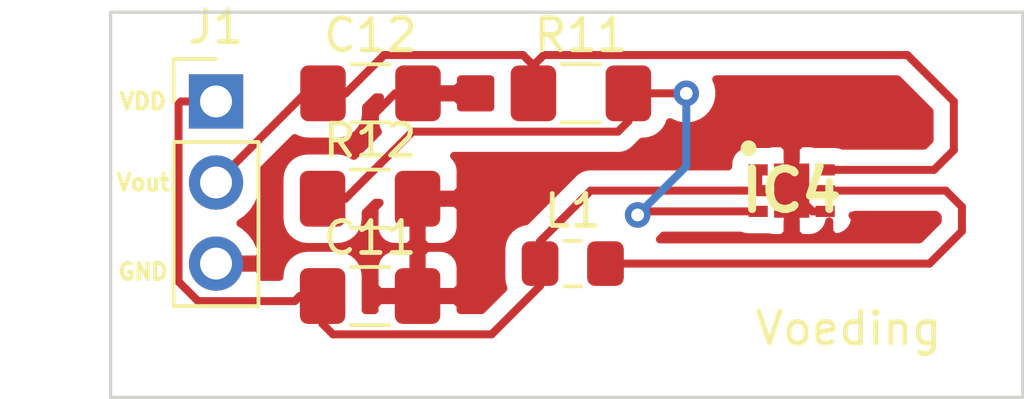
<source format=kicad_pcb>
(kicad_pcb (version 20171130) (host pcbnew "(5.1.5)-3")

  (general
    (thickness 1.6)
    (drawings 9)
    (tracks 52)
    (zones 0)
    (modules 7)
    (nets 6)
  )

  (page A4)
  (layers
    (0 F.Cu signal)
    (31 B.Cu signal)
    (32 B.Adhes user)
    (33 F.Adhes user)
    (34 B.Paste user)
    (35 F.Paste user)
    (36 B.SilkS user)
    (37 F.SilkS user)
    (38 B.Mask user)
    (39 F.Mask user)
    (40 Dwgs.User user)
    (41 Cmts.User user)
    (42 Eco1.User user)
    (43 Eco2.User user)
    (44 Edge.Cuts user)
    (45 Margin user)
    (46 B.CrtYd user)
    (47 F.CrtYd user)
    (48 B.Fab user)
    (49 F.Fab user)
  )

  (setup
    (last_trace_width 0.25)
    (trace_clearance 0.2)
    (zone_clearance 0.508)
    (zone_45_only no)
    (trace_min 0.2)
    (via_size 0.8)
    (via_drill 0.4)
    (via_min_size 0.4)
    (via_min_drill 0.3)
    (uvia_size 0.3)
    (uvia_drill 0.1)
    (uvias_allowed no)
    (uvia_min_size 0.2)
    (uvia_min_drill 0.1)
    (edge_width 0.1)
    (segment_width 0.2)
    (pcb_text_width 0.3)
    (pcb_text_size 1.5 1.5)
    (mod_edge_width 0.15)
    (mod_text_size 1 1)
    (mod_text_width 0.15)
    (pad_size 1.524 1.524)
    (pad_drill 0.762)
    (pad_to_mask_clearance 0)
    (aux_axis_origin 0 0)
    (visible_elements 7FFFFFFF)
    (pcbplotparams
      (layerselection 0x010fc_ffffffff)
      (usegerberextensions false)
      (usegerberattributes false)
      (usegerberadvancedattributes false)
      (creategerberjobfile false)
      (excludeedgelayer true)
      (linewidth 0.100000)
      (plotframeref false)
      (viasonmask false)
      (mode 1)
      (useauxorigin false)
      (hpglpennumber 1)
      (hpglpenspeed 20)
      (hpglpendiameter 15.000000)
      (psnegative false)
      (psa4output false)
      (plotreference true)
      (plotvalue true)
      (plotinvisibletext false)
      (padsonsilk false)
      (subtractmaskfromsilk false)
      (outputformat 1)
      (mirror false)
      (drillshape 0)
      (scaleselection 1)
      (outputdirectory ""))
  )

  (net 0 "")
  (net 1 "Net-(C11-Pad1)")
  (net 2 GND)
  (net 3 "Net-(C12-Pad1)")
  (net 4 "Net-(IC4-Pad3)")
  (net 5 "Net-(IC4-Pad5)")

  (net_class Default "Dit is de standaard class."
    (clearance 0.2)
    (trace_width 0.25)
    (via_dia 0.8)
    (via_drill 0.4)
    (uvia_dia 0.3)
    (uvia_drill 0.1)
    (add_net GND)
    (add_net "Net-(C11-Pad1)")
    (add_net "Net-(C12-Pad1)")
    (add_net "Net-(IC4-Pad3)")
    (add_net "Net-(IC4-Pad5)")
  )

  (module Capacitor_SMD:C_1206_3216Metric_Pad1.42x1.75mm_HandSolder (layer F.Cu) (tedit 5B301BBE) (tstamp 6034E30C)
    (at 74.168 57.15)
    (descr "Capacitor SMD 1206 (3216 Metric), square (rectangular) end terminal, IPC_7351 nominal with elongated pad for handsoldering. (Body size source: http://www.tortai-tech.com/upload/download/2011102023233369053.pdf), generated with kicad-footprint-generator")
    (tags "capacitor handsolder")
    (path /6032C4A6)
    (attr smd)
    (fp_text reference C11 (at 0 -1.82) (layer F.SilkS)
      (effects (font (size 1 1) (thickness 0.15)))
    )
    (fp_text value 10µF (at 0 1.82) (layer F.Fab)
      (effects (font (size 1 1) (thickness 0.15)))
    )
    (fp_line (start -1.6 0.8) (end -1.6 -0.8) (layer F.Fab) (width 0.1))
    (fp_line (start -1.6 -0.8) (end 1.6 -0.8) (layer F.Fab) (width 0.1))
    (fp_line (start 1.6 -0.8) (end 1.6 0.8) (layer F.Fab) (width 0.1))
    (fp_line (start 1.6 0.8) (end -1.6 0.8) (layer F.Fab) (width 0.1))
    (fp_line (start -0.602064 -0.91) (end 0.602064 -0.91) (layer F.SilkS) (width 0.12))
    (fp_line (start -0.602064 0.91) (end 0.602064 0.91) (layer F.SilkS) (width 0.12))
    (fp_line (start -2.45 1.12) (end -2.45 -1.12) (layer F.CrtYd) (width 0.05))
    (fp_line (start -2.45 -1.12) (end 2.45 -1.12) (layer F.CrtYd) (width 0.05))
    (fp_line (start 2.45 -1.12) (end 2.45 1.12) (layer F.CrtYd) (width 0.05))
    (fp_line (start 2.45 1.12) (end -2.45 1.12) (layer F.CrtYd) (width 0.05))
    (fp_text user %R (at 0 0) (layer F.Fab)
      (effects (font (size 0.8 0.8) (thickness 0.12)))
    )
    (pad 1 smd roundrect (at -1.4875 0) (size 1.425 1.75) (layers F.Cu F.Paste F.Mask) (roundrect_rratio 0.175439)
      (net 1 "Net-(C11-Pad1)"))
    (pad 2 smd roundrect (at 1.4875 0) (size 1.425 1.75) (layers F.Cu F.Paste F.Mask) (roundrect_rratio 0.175439)
      (net 2 GND))
    (model ${KISYS3DMOD}/Capacitor_SMD.3dshapes/C_1206_3216Metric.wrl
      (at (xyz 0 0 0))
      (scale (xyz 1 1 1))
      (rotate (xyz 0 0 0))
    )
  )

  (module Capacitor_SMD:C_1206_3216Metric_Pad1.42x1.75mm_HandSolder (layer F.Cu) (tedit 5B301BBE) (tstamp 6034E31D)
    (at 74.181001 50.8)
    (descr "Capacitor SMD 1206 (3216 Metric), square (rectangular) end terminal, IPC_7351 nominal with elongated pad for handsoldering. (Body size source: http://www.tortai-tech.com/upload/download/2011102023233369053.pdf), generated with kicad-footprint-generator")
    (tags "capacitor handsolder")
    (path /603339E9)
    (attr smd)
    (fp_text reference C12 (at 0 -1.82) (layer F.SilkS)
      (effects (font (size 1 1) (thickness 0.15)))
    )
    (fp_text value 10µF (at 0 1.82) (layer F.Fab)
      (effects (font (size 1 1) (thickness 0.15)))
    )
    (fp_text user %R (at 0 0) (layer F.Fab)
      (effects (font (size 0.8 0.8) (thickness 0.12)))
    )
    (fp_line (start 2.45 1.12) (end -2.45 1.12) (layer F.CrtYd) (width 0.05))
    (fp_line (start 2.45 -1.12) (end 2.45 1.12) (layer F.CrtYd) (width 0.05))
    (fp_line (start -2.45 -1.12) (end 2.45 -1.12) (layer F.CrtYd) (width 0.05))
    (fp_line (start -2.45 1.12) (end -2.45 -1.12) (layer F.CrtYd) (width 0.05))
    (fp_line (start -0.602064 0.91) (end 0.602064 0.91) (layer F.SilkS) (width 0.12))
    (fp_line (start -0.602064 -0.91) (end 0.602064 -0.91) (layer F.SilkS) (width 0.12))
    (fp_line (start 1.6 0.8) (end -1.6 0.8) (layer F.Fab) (width 0.1))
    (fp_line (start 1.6 -0.8) (end 1.6 0.8) (layer F.Fab) (width 0.1))
    (fp_line (start -1.6 -0.8) (end 1.6 -0.8) (layer F.Fab) (width 0.1))
    (fp_line (start -1.6 0.8) (end -1.6 -0.8) (layer F.Fab) (width 0.1))
    (pad 2 smd roundrect (at 1.4875 0) (size 1.425 1.75) (layers F.Cu F.Paste F.Mask) (roundrect_rratio 0.175439)
      (net 2 GND))
    (pad 1 smd roundrect (at -1.4875 0) (size 1.425 1.75) (layers F.Cu F.Paste F.Mask) (roundrect_rratio 0.175439)
      (net 3 "Net-(C12-Pad1)"))
    (model ${KISYS3DMOD}/Capacitor_SMD.3dshapes/C_1206_3216Metric.wrl
      (at (xyz 0 0 0))
      (scale (xyz 1 1 1))
      (rotate (xyz 0 0 0))
    )
  )

  (module schakelende_voeding_1_7A:SON65P200X200X65-7N-D (layer F.Cu) (tedit 0) (tstamp 6034E333)
    (at 87.376 53.848)
    (descr ADP7142ACPZN-R7)
    (tags "Integrated Circuit")
    (path /6032B898)
    (attr smd)
    (fp_text reference IC4 (at 0 0) (layer F.SilkS)
      (effects (font (size 1.27 1.27) (thickness 0.254)))
    )
    (fp_text value ADP1607ACPZN001-R7 (at 0 0) (layer F.SilkS) hide
      (effects (font (size 1.27 1.27) (thickness 0.254)))
    )
    (fp_text user %R (at 0 0) (layer F.Fab)
      (effects (font (size 1.27 1.27) (thickness 0.254)))
    )
    (fp_line (start -1.6 -1.3) (end 1.6 -1.3) (layer F.CrtYd) (width 0.05))
    (fp_line (start 1.6 -1.3) (end 1.6 1.3) (layer F.CrtYd) (width 0.05))
    (fp_line (start 1.6 1.3) (end -1.6 1.3) (layer F.CrtYd) (width 0.05))
    (fp_line (start -1.6 1.3) (end -1.6 -1.3) (layer F.CrtYd) (width 0.05))
    (fp_line (start -1 -1) (end 1 -1) (layer F.Fab) (width 0.1))
    (fp_line (start 1 -1) (end 1 1) (layer F.Fab) (width 0.1))
    (fp_line (start 1 1) (end -1 1) (layer F.Fab) (width 0.1))
    (fp_line (start -1 1) (end -1 -1) (layer F.Fab) (width 0.1))
    (fp_line (start -1 -0.5) (end -0.5 -1) (layer F.Fab) (width 0.1))
    (fp_circle (center -1.35 -1.325) (end -1.35 -1.2) (layer F.SilkS) (width 0.25))
    (pad 1 smd rect (at -1.05 -0.65 90) (size 0.35 0.6) (layers F.Cu F.Paste F.Mask)
      (net 1 "Net-(C11-Pad1)"))
    (pad 2 smd rect (at -1.05 0 90) (size 0.35 0.6) (layers F.Cu F.Paste F.Mask)
      (net 1 "Net-(C11-Pad1)"))
    (pad 3 smd rect (at -1.05 0.65 90) (size 0.35 0.6) (layers F.Cu F.Paste F.Mask)
      (net 4 "Net-(IC4-Pad3)"))
    (pad 4 smd rect (at 1.05 0.65 90) (size 0.35 0.6) (layers F.Cu F.Paste F.Mask)
      (net 2 GND))
    (pad 5 smd rect (at 1.05 0 90) (size 0.35 0.6) (layers F.Cu F.Paste F.Mask)
      (net 5 "Net-(IC4-Pad5)"))
    (pad 6 smd rect (at 1.05 -0.65 90) (size 0.35 0.6) (layers F.Cu F.Paste F.Mask)
      (net 3 "Net-(C12-Pad1)"))
    (pad 7 smd rect (at 0 0) (size 1.1 1.7) (layers F.Cu F.Paste F.Mask)
      (net 2 GND))
    (model "D:\\Kicad oefeningen\\eerste test\\library\\schakelende voeding 1.7A\\SamacSys_Parts.3dshapes\\ADP1607ACPZN001-R7.stp"
      (at (xyz 0 0 0))
      (scale (xyz 1 1 1))
      (rotate (xyz 0 0 0))
    )
  )

  (module Inductor_SMD:L_0805_2012Metric_Pad1.15x1.40mm_HandSolder (layer F.Cu) (tedit 5B36C52B) (tstamp 6034E35A)
    (at 80.518 56.134)
    (descr "Capacitor SMD 0805 (2012 Metric), square (rectangular) end terminal, IPC_7351 nominal with elongated pad for handsoldering. (Body size source: https://docs.google.com/spreadsheets/d/1BsfQQcO9C6DZCsRaXUlFlo91Tg2WpOkGARC1WS5S8t0/edit?usp=sharing), generated with kicad-footprint-generator")
    (tags "inductor handsolder")
    (path /60343773)
    (attr smd)
    (fp_text reference L1 (at 0 -1.65) (layer F.SilkS)
      (effects (font (size 1 1) (thickness 0.15)))
    )
    (fp_text value 2.2µH (at 0 1.65) (layer F.Fab)
      (effects (font (size 1 1) (thickness 0.15)))
    )
    (fp_line (start -1 0.6) (end -1 -0.6) (layer F.Fab) (width 0.1))
    (fp_line (start -1 -0.6) (end 1 -0.6) (layer F.Fab) (width 0.1))
    (fp_line (start 1 -0.6) (end 1 0.6) (layer F.Fab) (width 0.1))
    (fp_line (start 1 0.6) (end -1 0.6) (layer F.Fab) (width 0.1))
    (fp_line (start -0.261252 -0.71) (end 0.261252 -0.71) (layer F.SilkS) (width 0.12))
    (fp_line (start -0.261252 0.71) (end 0.261252 0.71) (layer F.SilkS) (width 0.12))
    (fp_line (start -1.85 0.95) (end -1.85 -0.95) (layer F.CrtYd) (width 0.05))
    (fp_line (start -1.85 -0.95) (end 1.85 -0.95) (layer F.CrtYd) (width 0.05))
    (fp_line (start 1.85 -0.95) (end 1.85 0.95) (layer F.CrtYd) (width 0.05))
    (fp_line (start 1.85 0.95) (end -1.85 0.95) (layer F.CrtYd) (width 0.05))
    (fp_text user %R (at 0 0) (layer F.Fab)
      (effects (font (size 0.5 0.5) (thickness 0.08)))
    )
    (pad 1 smd roundrect (at -1.025 0) (size 1.15 1.4) (layers F.Cu F.Paste F.Mask) (roundrect_rratio 0.217391)
      (net 1 "Net-(C11-Pad1)"))
    (pad 2 smd roundrect (at 1.025 0) (size 1.15 1.4) (layers F.Cu F.Paste F.Mask) (roundrect_rratio 0.217391)
      (net 5 "Net-(IC4-Pad5)"))
    (model ${KISYS3DMOD}/Inductor_SMD.3dshapes/L_0805_2012Metric.wrl
      (at (xyz 0 0 0))
      (scale (xyz 1 1 1))
      (rotate (xyz 0 0 0))
    )
  )

  (module Resistor_SMD:R_1206_3216Metric_Pad1.42x1.75mm_HandSolder (layer F.Cu) (tedit 5B301BBD) (tstamp 6034E36B)
    (at 80.772 50.8)
    (descr "Resistor SMD 1206 (3216 Metric), square (rectangular) end terminal, IPC_7351 nominal with elongated pad for handsoldering. (Body size source: http://www.tortai-tech.com/upload/download/2011102023233369053.pdf), generated with kicad-footprint-generator")
    (tags "resistor handsolder")
    (path /60338A59)
    (attr smd)
    (fp_text reference R11 (at 0 -1.82) (layer F.SilkS)
      (effects (font (size 1 1) (thickness 0.15)))
    )
    (fp_text value 27000 (at 0 1.82) (layer F.Fab)
      (effects (font (size 1 1) (thickness 0.15)))
    )
    (fp_line (start -1.6 0.8) (end -1.6 -0.8) (layer F.Fab) (width 0.1))
    (fp_line (start -1.6 -0.8) (end 1.6 -0.8) (layer F.Fab) (width 0.1))
    (fp_line (start 1.6 -0.8) (end 1.6 0.8) (layer F.Fab) (width 0.1))
    (fp_line (start 1.6 0.8) (end -1.6 0.8) (layer F.Fab) (width 0.1))
    (fp_line (start -0.602064 -0.91) (end 0.602064 -0.91) (layer F.SilkS) (width 0.12))
    (fp_line (start -0.602064 0.91) (end 0.602064 0.91) (layer F.SilkS) (width 0.12))
    (fp_line (start -2.45 1.12) (end -2.45 -1.12) (layer F.CrtYd) (width 0.05))
    (fp_line (start -2.45 -1.12) (end 2.45 -1.12) (layer F.CrtYd) (width 0.05))
    (fp_line (start 2.45 -1.12) (end 2.45 1.12) (layer F.CrtYd) (width 0.05))
    (fp_line (start 2.45 1.12) (end -2.45 1.12) (layer F.CrtYd) (width 0.05))
    (fp_text user %R (at 0 0) (layer F.Fab)
      (effects (font (size 0.8 0.8) (thickness 0.12)))
    )
    (pad 1 smd roundrect (at -1.4875 0) (size 1.425 1.75) (layers F.Cu F.Paste F.Mask) (roundrect_rratio 0.175439)
      (net 3 "Net-(C12-Pad1)"))
    (pad 2 smd roundrect (at 1.4875 0) (size 1.425 1.75) (layers F.Cu F.Paste F.Mask) (roundrect_rratio 0.175439)
      (net 4 "Net-(IC4-Pad3)"))
    (model ${KISYS3DMOD}/Resistor_SMD.3dshapes/R_1206_3216Metric.wrl
      (at (xyz 0 0 0))
      (scale (xyz 1 1 1))
      (rotate (xyz 0 0 0))
    )
  )

  (module Resistor_SMD:R_1206_3216Metric_Pad1.42x1.75mm_HandSolder (layer F.Cu) (tedit 5B301BBD) (tstamp 6034E37C)
    (at 74.168 54.102)
    (descr "Resistor SMD 1206 (3216 Metric), square (rectangular) end terminal, IPC_7351 nominal with elongated pad for handsoldering. (Body size source: http://www.tortai-tech.com/upload/download/2011102023233369053.pdf), generated with kicad-footprint-generator")
    (tags "resistor handsolder")
    (path /60339AAD)
    (attr smd)
    (fp_text reference R12 (at 0 -1.82) (layer F.SilkS)
      (effects (font (size 1 1) (thickness 0.15)))
    )
    (fp_text value 18000 (at 0 1.82) (layer F.Fab)
      (effects (font (size 1 1) (thickness 0.15)))
    )
    (fp_text user %R (at 0 0) (layer F.Fab)
      (effects (font (size 0.8 0.8) (thickness 0.12)))
    )
    (fp_line (start 2.45 1.12) (end -2.45 1.12) (layer F.CrtYd) (width 0.05))
    (fp_line (start 2.45 -1.12) (end 2.45 1.12) (layer F.CrtYd) (width 0.05))
    (fp_line (start -2.45 -1.12) (end 2.45 -1.12) (layer F.CrtYd) (width 0.05))
    (fp_line (start -2.45 1.12) (end -2.45 -1.12) (layer F.CrtYd) (width 0.05))
    (fp_line (start -0.602064 0.91) (end 0.602064 0.91) (layer F.SilkS) (width 0.12))
    (fp_line (start -0.602064 -0.91) (end 0.602064 -0.91) (layer F.SilkS) (width 0.12))
    (fp_line (start 1.6 0.8) (end -1.6 0.8) (layer F.Fab) (width 0.1))
    (fp_line (start 1.6 -0.8) (end 1.6 0.8) (layer F.Fab) (width 0.1))
    (fp_line (start -1.6 -0.8) (end 1.6 -0.8) (layer F.Fab) (width 0.1))
    (fp_line (start -1.6 0.8) (end -1.6 -0.8) (layer F.Fab) (width 0.1))
    (pad 2 smd roundrect (at 1.4875 0) (size 1.425 1.75) (layers F.Cu F.Paste F.Mask) (roundrect_rratio 0.175439)
      (net 2 GND))
    (pad 1 smd roundrect (at -1.4875 0) (size 1.425 1.75) (layers F.Cu F.Paste F.Mask) (roundrect_rratio 0.175439)
      (net 4 "Net-(IC4-Pad3)"))
    (model ${KISYS3DMOD}/Resistor_SMD.3dshapes/R_1206_3216Metric.wrl
      (at (xyz 0 0 0))
      (scale (xyz 1 1 1))
      (rotate (xyz 0 0 0))
    )
  )

  (module Connector_PinHeader_2.54mm:PinHeader_1x03_P2.54mm_Vertical (layer F.Cu) (tedit 59FED5CC) (tstamp 60365ACA)
    (at 69.342 51.054)
    (descr "Through hole straight pin header, 1x03, 2.54mm pitch, single row")
    (tags "Through hole pin header THT 1x03 2.54mm single row")
    (path /60366A0C)
    (fp_text reference J1 (at 0 -2.33) (layer F.SilkS)
      (effects (font (size 1 1) (thickness 0.15)))
    )
    (fp_text value Conn_01x03_Male (at 0 7.41) (layer F.Fab)
      (effects (font (size 1 1) (thickness 0.15)))
    )
    (fp_line (start -0.635 -1.27) (end 1.27 -1.27) (layer F.Fab) (width 0.1))
    (fp_line (start 1.27 -1.27) (end 1.27 6.35) (layer F.Fab) (width 0.1))
    (fp_line (start 1.27 6.35) (end -1.27 6.35) (layer F.Fab) (width 0.1))
    (fp_line (start -1.27 6.35) (end -1.27 -0.635) (layer F.Fab) (width 0.1))
    (fp_line (start -1.27 -0.635) (end -0.635 -1.27) (layer F.Fab) (width 0.1))
    (fp_line (start -1.33 6.41) (end 1.33 6.41) (layer F.SilkS) (width 0.12))
    (fp_line (start -1.33 1.27) (end -1.33 6.41) (layer F.SilkS) (width 0.12))
    (fp_line (start 1.33 1.27) (end 1.33 6.41) (layer F.SilkS) (width 0.12))
    (fp_line (start -1.33 1.27) (end 1.33 1.27) (layer F.SilkS) (width 0.12))
    (fp_line (start -1.33 0) (end -1.33 -1.33) (layer F.SilkS) (width 0.12))
    (fp_line (start -1.33 -1.33) (end 0 -1.33) (layer F.SilkS) (width 0.12))
    (fp_line (start -1.8 -1.8) (end -1.8 6.85) (layer F.CrtYd) (width 0.05))
    (fp_line (start -1.8 6.85) (end 1.8 6.85) (layer F.CrtYd) (width 0.05))
    (fp_line (start 1.8 6.85) (end 1.8 -1.8) (layer F.CrtYd) (width 0.05))
    (fp_line (start 1.8 -1.8) (end -1.8 -1.8) (layer F.CrtYd) (width 0.05))
    (fp_text user %R (at 0 2.54 90) (layer F.Fab)
      (effects (font (size 1 1) (thickness 0.15)))
    )
    (pad 1 thru_hole rect (at 0 0) (size 1.7 1.7) (drill 1) (layers *.Cu *.Mask)
      (net 1 "Net-(C11-Pad1)"))
    (pad 2 thru_hole oval (at 0 2.54) (size 1.7 1.7) (drill 1) (layers *.Cu *.Mask)
      (net 3 "Net-(C12-Pad1)"))
    (pad 3 thru_hole oval (at 0 5.08) (size 1.7 1.7) (drill 1) (layers *.Cu *.Mask)
      (net 2 GND))
    (model ${KISYS3DMOD}/Connector_PinHeader_2.54mm.3dshapes/PinHeader_1x03_P2.54mm_Vertical.wrl
      (at (xyz 0 0 0))
      (scale (xyz 1 1 1))
      (rotate (xyz 0 0 0))
    )
  )

  (gr_text Voeding (at 89.154 58.166) (layer F.SilkS)
    (effects (font (size 1 1) (thickness 0.15)))
  )
  (gr_text Vout (at 67.056 53.594) (layer F.SilkS)
    (effects (font (size 0.5 0.5) (thickness 0.125)))
  )
  (gr_text VDD (at 67.056 51.054) (layer F.SilkS)
    (effects (font (size 0.5 0.5) (thickness 0.125)))
  )
  (gr_text GND (at 67.056 56.388) (layer F.SilkS)
    (effects (font (size 0.5 0.5) (thickness 0.125)))
  )
  (gr_line (start 66.04 60.325) (end 66.04 48.26) (layer Edge.Cuts) (width 0.1) (tstamp 6034E624))
  (gr_line (start 94.615 60.325) (end 66.04 60.325) (layer Edge.Cuts) (width 0.1))
  (gr_line (start 94.615 58.42) (end 94.615 60.325) (layer Edge.Cuts) (width 0.1))
  (gr_line (start 94.615 48.26) (end 94.615 58.42) (layer Edge.Cuts) (width 0.1))
  (gr_line (start 66.04 48.26) (end 94.615 48.26) (layer Edge.Cuts) (width 0.1))

  (segment (start 72.6805 58.025) (end 72.6805 57.15) (width 0.25) (layer F.Cu) (net 1))
  (segment (start 77.97699 58.35001) (end 73.00551 58.35001) (width 0.25) (layer F.Cu) (net 1))
  (segment (start 79.493 56.834) (end 77.97699 58.35001) (width 0.25) (layer F.Cu) (net 1))
  (segment (start 73.00551 58.35001) (end 72.6805 58.025) (width 0.25) (layer F.Cu) (net 1))
  (segment (start 79.493 56.134) (end 79.493 56.834) (width 0.25) (layer F.Cu) (net 1))
  (segment (start 86.326 53.198) (end 86.326 53.848) (width 0.25) (layer F.Cu) (net 1))
  (segment (start 81.079 53.848) (end 85.776 53.848) (width 0.25) (layer F.Cu) (net 1))
  (segment (start 79.493 55.434) (end 81.079 53.848) (width 0.25) (layer F.Cu) (net 1))
  (segment (start 85.776 53.848) (end 86.326 53.848) (width 0.25) (layer F.Cu) (net 1))
  (segment (start 79.493 56.134) (end 79.493 55.434) (width 0.25) (layer F.Cu) (net 1))
  (segment (start 71.968 57.15) (end 72.6805 57.15) (width 0.25) (layer F.Cu) (net 1))
  (segment (start 71.808999 57.309001) (end 71.968 57.15) (width 0.25) (layer F.Cu) (net 1))
  (segment (start 68.777999 57.309001) (end 71.808999 57.309001) (width 0.25) (layer F.Cu) (net 1))
  (segment (start 68.166999 51.129001) (end 68.166999 56.698001) (width 0.25) (layer F.Cu) (net 1))
  (segment (start 68.242 51.054) (end 68.166999 51.129001) (width 0.25) (layer F.Cu) (net 1))
  (segment (start 68.166999 56.698001) (end 68.777999 57.309001) (width 0.25) (layer F.Cu) (net 1))
  (segment (start 69.342 51.054) (end 68.242 51.054) (width 0.25) (layer F.Cu) (net 1))
  (segment (start 88.026 54.498) (end 87.376 53.848) (width 0.25) (layer F.Cu) (net 2))
  (segment (start 88.426 54.498) (end 88.026 54.498) (width 0.25) (layer F.Cu) (net 2))
  (segment (start 74.956001 50.8) (end 74.168 51.588001) (width 0.25) (layer F.Cu) (net 2))
  (segment (start 75.668501 50.8) (end 74.956001 50.8) (width 0.25) (layer F.Cu) (net 2))
  (segment (start 72.484002 50.8) (end 72.693501 50.8) (width 0.25) (layer F.Cu) (net 3))
  (segment (start 78.95949 49.59999) (end 79.2845 49.925) (width 0.25) (layer F.Cu) (net 3))
  (segment (start 74.606011 49.59999) (end 78.95949 49.59999) (width 0.25) (layer F.Cu) (net 3))
  (segment (start 73.406001 50.8) (end 74.606011 49.59999) (width 0.25) (layer F.Cu) (net 3))
  (segment (start 72.693501 50.8) (end 73.406001 50.8) (width 0.25) (layer F.Cu) (net 3))
  (segment (start 79.2845 49.925) (end 79.2845 50.8) (width 0.25) (layer F.Cu) (net 3))
  (segment (start 79.60951 49.59999) (end 79.2845 49.925) (width 0.25) (layer F.Cu) (net 3))
  (segment (start 91.836 53.198) (end 92.456 52.578) (width 0.25) (layer F.Cu) (net 3))
  (segment (start 92.456 51.054) (end 91.00199 49.59999) (width 0.25) (layer F.Cu) (net 3))
  (segment (start 88.426 53.198) (end 91.836 53.198) (width 0.25) (layer F.Cu) (net 3))
  (segment (start 92.456 52.578) (end 92.456 51.054) (width 0.25) (layer F.Cu) (net 3))
  (segment (start 91.00199 49.59999) (end 79.60951 49.59999) (width 0.25) (layer F.Cu) (net 3))
  (segment (start 72.136 50.8) (end 72.693501 50.8) (width 0.25) (layer F.Cu) (net 3))
  (segment (start 69.342 53.594) (end 72.136 50.8) (width 0.25) (layer F.Cu) (net 3))
  (via (at 82.55 54.61) (size 0.8) (drill 0.4) (layers F.Cu B.Cu) (net 4))
  (via (at 84.074 50.8) (size 0.8) (drill 0.4) (layers F.Cu B.Cu) (net 4))
  (segment (start 82.2595 51.675) (end 82.2595 50.8) (width 0.25) (layer F.Cu) (net 4))
  (segment (start 81.93449 52.00001) (end 82.2595 51.675) (width 0.25) (layer F.Cu) (net 4))
  (segment (start 75.49499 52.00001) (end 81.93449 52.00001) (width 0.25) (layer F.Cu) (net 4))
  (segment (start 73.393 54.102) (end 75.49499 52.00001) (width 0.25) (layer F.Cu) (net 4))
  (segment (start 72.6805 54.102) (end 73.393 54.102) (width 0.25) (layer F.Cu) (net 4))
  (segment (start 84.074 53.086) (end 82.55 54.61) (width 0.25) (layer B.Cu) (net 4))
  (segment (start 84.074 50.8) (end 84.074 53.086) (width 0.25) (layer B.Cu) (net 4))
  (segment (start 84.074 50.8) (end 82.2595 50.8) (width 0.25) (layer F.Cu) (net 4))
  (segment (start 82.662 54.498) (end 82.55 54.61) (width 0.25) (layer F.Cu) (net 4))
  (segment (start 86.326 54.498) (end 82.662 54.498) (width 0.25) (layer F.Cu) (net 4))
  (segment (start 92.71 55.118) (end 91.694 56.134) (width 0.25) (layer F.Cu) (net 5))
  (segment (start 91.694 56.134) (end 81.543 56.134) (width 0.25) (layer F.Cu) (net 5))
  (segment (start 92.71 54.356) (end 92.71 55.118) (width 0.25) (layer F.Cu) (net 5))
  (segment (start 88.426 53.848) (end 92.202 53.848) (width 0.25) (layer F.Cu) (net 5))
  (segment (start 92.202 53.848) (end 92.71 54.356) (width 0.25) (layer F.Cu) (net 5))

  (zone (net 2) (net_name GND) (layer F.Cu) (tstamp 60365BEE) (hatch edge 0.508)
    (connect_pads (clearance 0.508))
    (min_thickness 0.254)
    (fill yes (arc_segments 32) (thermal_gap 0.508) (thermal_bridge_width 0.508))
    (polygon
      (pts
        (xy 93.98 59.69) (xy 66.675 59.69) (xy 66.675 48.895) (xy 93.98 48.895)
      )
    )
    (filled_polygon
      (pts
        (xy 91.696001 51.368803) (xy 91.696 52.263198) (xy 91.521198 52.438) (xy 88.978603 52.438) (xy 88.97018 52.433498)
        (xy 88.850482 52.397188) (xy 88.726 52.384928) (xy 88.126 52.384928) (xy 88.100696 52.38742) (xy 88.050482 52.372188)
        (xy 87.926 52.359928) (xy 87.66175 52.363) (xy 87.503 52.52175) (xy 87.503 52.889248) (xy 87.500188 52.898518)
        (xy 87.487928 53.023) (xy 87.487928 53.373) (xy 87.500188 53.497482) (xy 87.503 53.506752) (xy 87.503 53.539248)
        (xy 87.500188 53.548518) (xy 87.487928 53.673) (xy 87.487928 54.023) (xy 87.500188 54.147482) (xy 87.503 54.156752)
        (xy 87.503 54.187606) (xy 87.491 54.29125) (xy 87.503 54.30325) (xy 87.503 54.69275) (xy 87.491 54.70475)
        (xy 87.503 54.808394) (xy 87.503 55.17425) (xy 87.66175 55.333) (xy 87.926 55.336072) (xy 88.050482 55.323812)
        (xy 88.107983 55.306369) (xy 88.14025 55.308) (xy 88.156641 55.291609) (xy 88.17018 55.287502) (xy 88.280494 55.228537)
        (xy 88.377185 55.149185) (xy 88.456537 55.052494) (xy 88.515502 54.94218) (xy 88.551812 54.822482) (xy 88.553 54.81042)
        (xy 88.553 55.14925) (xy 88.71175 55.308) (xy 88.834357 55.301804) (xy 88.954949 55.268582) (xy 89.066742 55.212473)
        (xy 89.165441 55.135631) (xy 89.247252 55.041012) (xy 89.309032 54.932249) (xy 89.348406 54.813524) (xy 89.361 54.70475)
        (xy 89.281252 54.625002) (xy 89.361 54.625002) (xy 89.361 54.608) (xy 91.887199 54.608) (xy 91.95 54.670802)
        (xy 91.95 54.803198) (xy 91.379199 55.374) (xy 83.249711 55.374) (xy 83.353937 55.269774) (xy 83.361804 55.258)
        (xy 85.773397 55.258) (xy 85.78182 55.262502) (xy 85.901518 55.298812) (xy 86.026 55.311072) (xy 86.626 55.311072)
        (xy 86.651304 55.30858) (xy 86.701518 55.323812) (xy 86.826 55.336072) (xy 87.09025 55.333) (xy 87.249 55.17425)
        (xy 87.249 54.806752) (xy 87.251812 54.797482) (xy 87.264072 54.673) (xy 87.264072 54.323) (xy 87.251812 54.198518)
        (xy 87.249 54.189248) (xy 87.249 54.156752) (xy 87.251812 54.147482) (xy 87.264072 54.023) (xy 87.264072 53.673)
        (xy 87.251812 53.548518) (xy 87.249 53.539248) (xy 87.249 53.506752) (xy 87.251812 53.497482) (xy 87.264072 53.373)
        (xy 87.264072 53.023) (xy 87.251812 52.898518) (xy 87.249 52.889248) (xy 87.249 52.52175) (xy 87.09025 52.363)
        (xy 86.826 52.359928) (xy 86.701518 52.372188) (xy 86.651304 52.38742) (xy 86.626 52.384928) (xy 86.026 52.384928)
        (xy 85.901518 52.397188) (xy 85.78182 52.433498) (xy 85.671506 52.492463) (xy 85.574815 52.571815) (xy 85.495463 52.668506)
        (xy 85.436498 52.77882) (xy 85.400188 52.898518) (xy 85.387928 53.023) (xy 85.387928 53.088) (xy 81.116325 53.088)
        (xy 81.079 53.084324) (xy 81.041675 53.088) (xy 81.041667 53.088) (xy 80.930014 53.098997) (xy 80.786753 53.142454)
        (xy 80.654724 53.213026) (xy 80.538999 53.307999) (xy 80.515201 53.336997) (xy 79.044064 54.808134) (xy 78.994745 54.812992)
        (xy 78.828149 54.863528) (xy 78.674613 54.945595) (xy 78.540038 55.056038) (xy 78.429595 55.190613) (xy 78.347528 55.344149)
        (xy 78.296992 55.510745) (xy 78.279928 55.683999) (xy 78.279928 56.584001) (xy 78.296992 56.757255) (xy 78.343064 56.909135)
        (xy 77.662189 57.59001) (xy 77.003804 57.59001) (xy 77.003 57.43575) (xy 76.84425 57.277) (xy 75.7825 57.277)
        (xy 75.7825 57.297) (xy 75.5285 57.297) (xy 75.5285 57.277) (xy 74.46675 57.277) (xy 74.308 57.43575)
        (xy 74.307196 57.59001) (xy 74.031072 57.59001) (xy 74.031072 56.525) (xy 74.014008 56.351746) (xy 73.990728 56.275)
        (xy 74.304928 56.275) (xy 74.308 56.86425) (xy 74.46675 57.023) (xy 75.5285 57.023) (xy 75.5285 55.79875)
        (xy 75.7825 55.79875) (xy 75.7825 57.023) (xy 76.84425 57.023) (xy 77.003 56.86425) (xy 77.006072 56.275)
        (xy 76.993812 56.150518) (xy 76.957502 56.03082) (xy 76.898537 55.920506) (xy 76.819185 55.823815) (xy 76.722494 55.744463)
        (xy 76.61218 55.685498) (xy 76.492482 55.649188) (xy 76.368 55.636928) (xy 75.94125 55.64) (xy 75.7825 55.79875)
        (xy 75.5285 55.79875) (xy 75.36975 55.64) (xy 74.943 55.636928) (xy 74.818518 55.649188) (xy 74.69882 55.685498)
        (xy 74.588506 55.744463) (xy 74.491815 55.823815) (xy 74.412463 55.920506) (xy 74.353498 56.03082) (xy 74.317188 56.150518)
        (xy 74.304928 56.275) (xy 73.990728 56.275) (xy 73.963472 56.18515) (xy 73.881405 56.031614) (xy 73.770962 55.897038)
        (xy 73.636386 55.786595) (xy 73.48285 55.704528) (xy 73.316254 55.653992) (xy 73.143 55.636928) (xy 72.218 55.636928)
        (xy 72.044746 55.653992) (xy 71.87815 55.704528) (xy 71.724614 55.786595) (xy 71.590038 55.897038) (xy 71.479595 56.031614)
        (xy 71.397528 56.18515) (xy 71.346992 56.351746) (xy 71.329928 56.525) (xy 71.329928 56.549001) (xy 70.76585 56.549001)
        (xy 70.783476 56.49089) (xy 70.662155 56.261) (xy 69.469 56.261) (xy 69.469 56.281) (xy 69.215 56.281)
        (xy 69.215 56.261) (xy 69.195 56.261) (xy 69.195 56.007) (xy 69.215 56.007) (xy 69.215 55.987)
        (xy 69.469 55.987) (xy 69.469 56.007) (xy 70.662155 56.007) (xy 70.783476 55.77711) (xy 70.738825 55.629901)
        (xy 70.613641 55.36708) (xy 70.439588 55.133731) (xy 70.223355 54.938822) (xy 70.106466 54.869195) (xy 70.288632 54.747475)
        (xy 70.495475 54.540632) (xy 70.65799 54.297411) (xy 70.769932 54.027158) (xy 70.827 53.74026) (xy 70.827 53.44774)
        (xy 70.783209 53.227592) (xy 71.809157 52.201645) (xy 71.891151 52.245472) (xy 72.057747 52.296008) (xy 72.231001 52.313072)
        (xy 73.156001 52.313072) (xy 73.329255 52.296008) (xy 73.495851 52.245472) (xy 73.649387 52.163405) (xy 73.783963 52.052962)
        (xy 73.894406 51.918386) (xy 73.976473 51.76485) (xy 74.027009 51.598254) (xy 74.044073 51.425) (xy 74.044073 51.236729)
        (xy 74.353801 50.927002) (xy 74.479749 50.927002) (xy 74.321001 51.08575) (xy 74.317929 51.675) (xy 74.330189 51.799482)
        (xy 74.366499 51.91918) (xy 74.413356 52.006842) (xy 73.661222 52.758977) (xy 73.636386 52.738595) (xy 73.48285 52.656528)
        (xy 73.316254 52.605992) (xy 73.143 52.588928) (xy 72.218 52.588928) (xy 72.044746 52.605992) (xy 71.87815 52.656528)
        (xy 71.724614 52.738595) (xy 71.590038 52.849038) (xy 71.479595 52.983614) (xy 71.397528 53.13715) (xy 71.346992 53.303746)
        (xy 71.329928 53.477) (xy 71.329928 54.727) (xy 71.346992 54.900254) (xy 71.397528 55.06685) (xy 71.479595 55.220386)
        (xy 71.590038 55.354962) (xy 71.724614 55.465405) (xy 71.87815 55.547472) (xy 72.044746 55.598008) (xy 72.218 55.615072)
        (xy 73.143 55.615072) (xy 73.316254 55.598008) (xy 73.48285 55.547472) (xy 73.636386 55.465405) (xy 73.770962 55.354962)
        (xy 73.881405 55.220386) (xy 73.963472 55.06685) (xy 74.014008 54.900254) (xy 74.031072 54.727) (xy 74.031072 54.538729)
        (xy 74.340799 54.229002) (xy 74.466748 54.229002) (xy 74.308 54.38775) (xy 74.304928 54.977) (xy 74.317188 55.101482)
        (xy 74.353498 55.22118) (xy 74.412463 55.331494) (xy 74.491815 55.428185) (xy 74.588506 55.507537) (xy 74.69882 55.566502)
        (xy 74.818518 55.602812) (xy 74.943 55.615072) (xy 75.36975 55.612) (xy 75.5285 55.45325) (xy 75.5285 54.229)
        (xy 75.7825 54.229) (xy 75.7825 55.45325) (xy 75.94125 55.612) (xy 76.368 55.615072) (xy 76.492482 55.602812)
        (xy 76.61218 55.566502) (xy 76.722494 55.507537) (xy 76.819185 55.428185) (xy 76.898537 55.331494) (xy 76.957502 55.22118)
        (xy 76.993812 55.101482) (xy 77.006072 54.977) (xy 77.003 54.38775) (xy 76.84425 54.229) (xy 75.7825 54.229)
        (xy 75.5285 54.229) (xy 75.5085 54.229) (xy 75.5085 53.975) (xy 75.5285 53.975) (xy 75.5285 53.955)
        (xy 75.7825 53.955) (xy 75.7825 53.975) (xy 76.84425 53.975) (xy 77.003 53.81625) (xy 77.006072 53.227)
        (xy 76.993812 53.102518) (xy 76.957502 52.98282) (xy 76.898537 52.872506) (xy 76.819185 52.775815) (xy 76.799926 52.76001)
        (xy 81.897168 52.76001) (xy 81.93449 52.763686) (xy 81.971812 52.76001) (xy 81.971823 52.76001) (xy 82.083476 52.749013)
        (xy 82.226737 52.705556) (xy 82.358766 52.634984) (xy 82.474491 52.540011) (xy 82.498294 52.511007) (xy 82.696229 52.313072)
        (xy 82.722 52.313072) (xy 82.895254 52.296008) (xy 83.06185 52.245472) (xy 83.215386 52.163405) (xy 83.349962 52.052962)
        (xy 83.460405 51.918386) (xy 83.542472 51.76485) (xy 83.561445 51.702305) (xy 83.583744 51.717205) (xy 83.772102 51.795226)
        (xy 83.972061 51.835) (xy 84.175939 51.835) (xy 84.375898 51.795226) (xy 84.564256 51.717205) (xy 84.733774 51.603937)
        (xy 84.877937 51.459774) (xy 84.991205 51.290256) (xy 85.069226 51.101898) (xy 85.109 50.901939) (xy 85.109 50.698061)
        (xy 85.069226 50.498102) (xy 85.012018 50.35999) (xy 90.687189 50.35999)
      )
    )
    (filled_polygon
      (pts
        (xy 77.933928 51.24001) (xy 77.016805 51.24001) (xy 77.016001 51.08575) (xy 76.857251 50.927) (xy 75.795501 50.927)
        (xy 75.795501 50.947) (xy 75.541501 50.947) (xy 75.541501 50.927) (xy 75.521501 50.927) (xy 75.521501 50.673)
        (xy 75.541501 50.673) (xy 75.541501 50.653) (xy 75.795501 50.653) (xy 75.795501 50.673) (xy 76.857251 50.673)
        (xy 77.016001 50.51425) (xy 77.016805 50.35999) (xy 77.933928 50.35999)
      )
    )
  )
)

</source>
